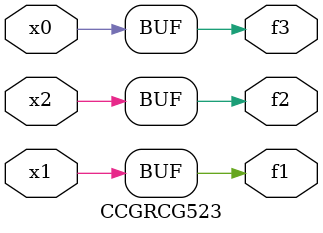
<source format=v>
module CCGRCG523(
	input x0, x1, x2,
	output f1, f2, f3
);
	assign f1 = x1;
	assign f2 = x2;
	assign f3 = x0;
endmodule

</source>
